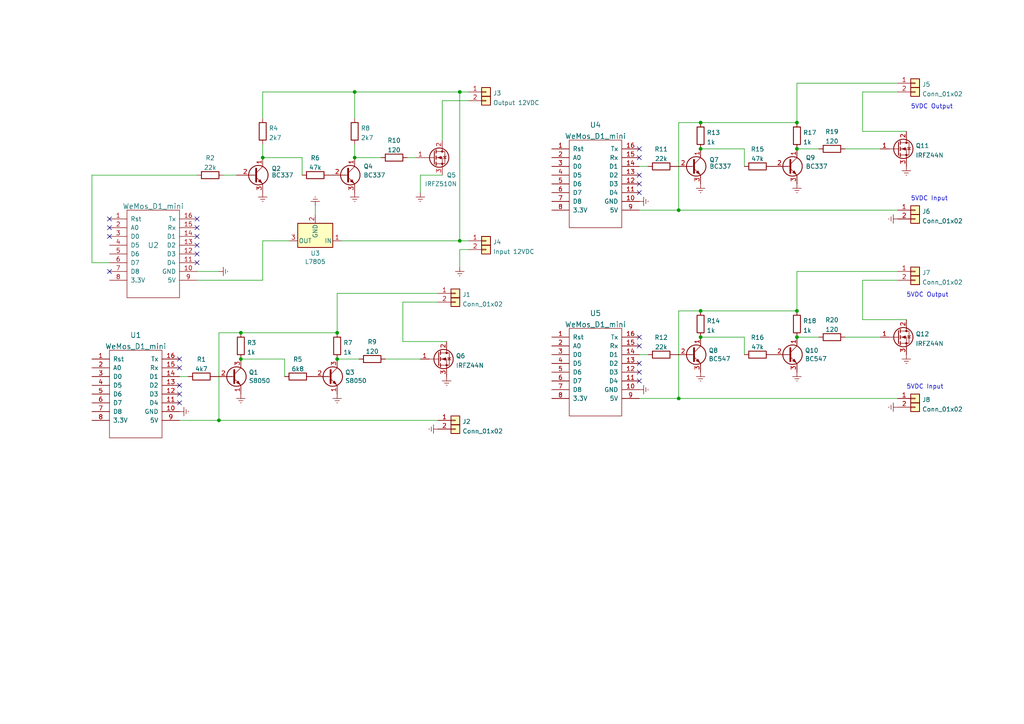
<source format=kicad_sch>
(kicad_sch (version 20250114) (generator "eeschema") (generator_version "9.0")
  (paper "A4")
  (title_block (date "2024-01-03") (company "TimiWho"))
  (lib_symbols
    (symbol "0_Connector:Conn_01x02" (pin_names (offset 1.016) (hide yes))
      (property "Reference" "J" (at 0 2.54 0))
      (property "Value" "Conn_01x02" (at 0 -6.35 0))
      (symbol "Conn_01x02_1_1"
        (rectangle (start -1.27 1.27) (end 1.27 -1.27) (stroke (width 0.254)) (fill (type background)))
        (rectangle (start -1.27 0.127) (end 0 -0.127) (stroke (width 0.1524)))
        (rectangle (start -1.27 -1.27) (end 1.27 -3.81) (stroke (width 0.254)) (fill (type background)))
        (rectangle (start -1.27 -2.413) (end 0 -2.667) (stroke (width 0.1524)))
        (pin passive line (at -5.08 0 0) (length 3.81) (name "Pin_1") (number "1"))
        (pin passive line (at -5.08 -2.54 0) (length 3.81) (name "Pin_2") (number "2"))
      )
    )
    (symbol "0_Resistor:R" (pin_numbers (hide yes)) (pin_names (offset 0))
      (property "Reference" "R" (at 2.032 0 90))
      (property "Value" "R" (at 0 0 90))
      (symbol "R_0_1"
        (rectangle (start -1.016 -2.54) (end 1.016 2.54) (stroke (width 0.254)))
      )
      (symbol "R_1_1"
        (pin passive line (at 0 3.81 270) (length 1.27) (name "~") (number "1"))
        (pin passive line (at 0 -3.81 90) (length 1.27) (name "~") (number "2"))
      )
    )
    (symbol "0_TransFET:BC547" (pin_names (offset 0) (hide yes))
      (property "Reference" "Q" (at 5.08 1.905 0))
      (property "Value" "BC547" (at 5.08 0 0))
      (symbol "BC547_0_1"
        (polyline (pts (xy 0 0) (xy 0.635 0)))
        (polyline (pts (xy 0.635 1.905) (xy 0.635 -1.905) (xy 0.635 -1.905)) (stroke (width 0.508)))
        (polyline (pts (xy 0.635 0.635) (xy 2.54 2.54)))
        (polyline (pts (xy 0.635 -0.635) (xy 2.54 -2.54) (xy 2.54 -2.54)))
        (circle (center 1.27 0) (radius 2.8194) (stroke (width 0.254)))
        (polyline (pts (xy 1.27 -1.778) (xy 1.778 -1.27) (xy 2.286 -2.286) (xy 1.27 -1.778) (xy 1.27 -1.778)) (fill (type outline)))
      )
      (symbol "BC547_1_1"
        (pin input line (at -5.08 0 0) (length 5.08) (name "B") (number "2"))
        (pin passive line (at 2.54 5.08 270) (length 2.54) (name "C") (number "1"))
        (pin passive line (at 2.54 -5.08 90) (length 2.54) (name "E") (number "3"))
      )
    )
    (symbol "0_TransFET:IRFZ44N" (pin_names (hide yes))
      (property "Reference" "Q" (at 5.08 1.905 0))
      (property "Value" "IRFZ44N" (at 5.08 0 0))
      (symbol "IRFZ44N_0_1"
        (polyline (pts (xy 0.254 1.905) (xy 0.254 -1.905)) (stroke (width 0.254)))
        (polyline (pts (xy 0.254 0) (xy -2.54 0)))
        (polyline (pts (xy 0.762 2.286) (xy 0.762 1.27)) (stroke (width 0.254)))
        (polyline (pts (xy 0.762 1.778) (xy 3.302 1.778) (xy 3.302 -1.778) (xy 0.762 -1.778)))
        (polyline (pts (xy 0.762 0.508) (xy 0.762 -0.508)) (stroke (width 0.254)))
        (polyline (pts (xy 0.762 -1.27) (xy 0.762 -2.286)) (stroke (width 0.254)))
        (polyline (pts (xy 1.27 0) (xy 2.286 -0.381) (xy 2.286 0.381) (xy 1.27 0)) (fill (type outline)))
        (circle (center 1.651 0) (radius 2.794) (stroke (width 0.254)))
        (polyline (pts (xy 2.54 2.54) (xy 2.54 1.778)))
        (circle (center 2.54 1.778) (radius 0.254) (fill (type outline)))
        (circle (center 2.54 -1.778) (radius 0.254) (fill (type outline)))
        (polyline (pts (xy 2.54 -2.54) (xy 2.54 0) (xy 0.762 0)))
        (polyline (pts (xy 3.302 0.381) (xy 3.683 -0.254) (xy 2.921 -0.254) (xy 3.302 0.381)))
        (polyline (pts (xy 3.81 0.508) (xy 3.683 0.381) (xy 2.921 0.381) (xy 2.794 0.254)))
      )
      (symbol "IRFZ44N_1_1"
        (pin input line (at -5.08 0 0) (length 2.54) (name "G") (number "1"))
        (pin passive line (at 2.54 5.08 270) (length 2.54) (name "D") (number "2"))
        (pin passive line (at 2.54 -5.08 90) (length 2.54) (name "S") (number "3"))
      )
    )
    (symbol "0_TransistorFET:BC337" (pin_names (offset 0) (hide yes))
      (property "Reference" "Q" (at 5.08 1.905 0))
      (property "Value" "BC337" (at 5.08 0 0))
      (property "Footprint" "0_TransistorFET:TO-92_BC337" (at 5.08 -1.905 0))
      (symbol "BC337_0_1"
        (polyline (pts (xy 0 0) (xy 0.635 0)))
        (polyline (pts (xy 0.635 1.905) (xy 0.635 -1.905) (xy 0.635 -1.905)) (stroke (width 0.508)))
        (polyline (pts (xy 0.635 0.635) (xy 2.54 2.54)))
        (polyline (pts (xy 0.635 -0.635) (xy 2.54 -2.54) (xy 2.54 -2.54)))
        (circle (center 1.27 0) (radius 2.8194) (stroke (width 0.254)))
        (polyline (pts (xy 1.27 -1.778) (xy 1.778 -1.27) (xy 2.286 -2.286) (xy 1.27 -1.778) (xy 1.27 -1.778)) (fill (type outline)))
      )
      (symbol "BC337_1_1"
        (pin input line (at -5.08 0 0) (length 5.08) (name "B") (number "2"))
        (pin passive line (at 2.54 5.08 270) (length 2.54) (name "C") (number "1"))
        (pin passive line (at 2.54 -5.08 90) (length 2.54) (name "E") (number "3"))
      )
    )
    (symbol "0_TransistorFET:IRFZ44N" (pin_names (hide yes))
      (property "Reference" "Q" (at 5.08 1.905 0))
      (property "Value" "IRFZ44N" (at 5.08 0 0))
      (symbol "IRFZ44N_0_1"
        (polyline (pts (xy 0.254 1.905) (xy 0.254 -1.905)) (stroke (width 0.254)))
        (polyline (pts (xy 0.254 0) (xy -2.54 0)))
        (polyline (pts (xy 0.762 2.286) (xy 0.762 1.27)) (stroke (width 0.254)))
        (polyline (pts (xy 0.762 1.778) (xy 3.302 1.778) (xy 3.302 -1.778) (xy 0.762 -1.778)))
        (polyline (pts (xy 0.762 0.508) (xy 0.762 -0.508)) (stroke (width 0.254)))
        (polyline (pts (xy 0.762 -1.27) (xy 0.762 -2.286)) (stroke (width 0.254)))
        (polyline (pts (xy 1.27 0) (xy 2.286 -0.381) (xy 2.286 0.381) (xy 1.27 0)) (fill (type outline)))
        (circle (center 1.651 0) (radius 2.794) (stroke (width 0.254)))
        (polyline (pts (xy 2.54 2.54) (xy 2.54 1.778)))
        (circle (center 2.54 1.778) (radius 0.254) (fill (type outline)))
        (circle (center 2.54 -1.778) (radius 0.254) (fill (type outline)))
        (polyline (pts (xy 2.54 -2.54) (xy 2.54 0) (xy 0.762 0)))
        (polyline (pts (xy 3.302 0.381) (xy 3.683 -0.254) (xy 2.921 -0.254) (xy 3.302 0.381)))
        (polyline (pts (xy 3.81 0.508) (xy 3.683 0.381) (xy 2.921 0.381) (xy 2.794 0.254)))
      )
      (symbol "IRFZ44N_1_1"
        (pin input line (at -5.08 0 0) (length 2.54) (name "G") (number "1"))
        (pin passive line (at 2.54 5.08 270) (length 2.54) (name "D") (number "2"))
        (pin passive line (at 2.54 -5.08 90) (length 2.54) (name "S") (number "3"))
      )
    )
    (symbol "0_uController:WeMos_D1_mini" (pin_names (offset 1.016))
      (property "Reference" "U" (at 0 12.7 0))
      (property "Value" "WeMos_D1_mini" (at 0 -12.7 0))
      (symbol "WeMos_D1_mini_0_1"
        (rectangle (start -7.62 11.43) (end 7.62 -13.97))
      )
      (symbol "WeMos_D1_mini_1_1"
        (pin bidirectional line (at -12.7 8.89 0) (length 5.08) (name "Rst") (number "1"))
        (pin bidirectional line (at -12.7 6.35 0) (length 5.08) (name "A0") (number "2"))
        (pin bidirectional line (at -12.7 3.81 0) (length 5.08) (name "D0") (number "3"))
        (pin bidirectional line (at -12.7 1.27 0) (length 5.08) (name "D5") (number "4"))
        (pin bidirectional line (at -12.7 -1.27 0) (length 5.08) (name "D6") (number "5"))
        (pin bidirectional line (at -12.7 -3.81 0) (length 5.08) (name "D7") (number "6"))
        (pin bidirectional line (at -12.7 -6.35 0) (length 5.08) (name "D8") (number "7"))
        (pin power_out line (at -12.7 -8.89 0) (length 5.08) (name "3.3V") (number "8"))
        (pin bidirectional line (at 12.7 8.89 180) (length 5.08) (name "Tx") (number "16"))
        (pin bidirectional line (at 12.7 6.35 180) (length 5.08) (name "Rx") (number "15"))
        (pin bidirectional line (at 12.7 3.81 180) (length 5.08) (name "D1") (number "14"))
        (pin bidirectional line (at 12.7 1.27 180) (length 5.08) (name "D2") (number "13"))
        (pin bidirectional line (at 12.7 -1.27 180) (length 5.08) (name "D3") (number "12"))
        (pin bidirectional line (at 12.7 -3.81 180) (length 5.08) (name "D4") (number "11"))
        (pin power_in line (at 12.7 -6.35 180) (length 5.08) (name "GND") (number "10"))
        (pin power_in line (at 12.7 -8.89 180) (length 5.08) (name "5V") (number "9"))
      )
    )
    (symbol "Regulator_Linear:L7805" (pin_names (offset 0.254))
      (property "Reference" "U" (at -3.81 3.175 0))
      (property "Value" "L7805" (at 0 3.175 0))
      (symbol "L7805_0_1"
        (rectangle (start -5.08 1.905) (end 5.08 -5.08) (stroke (width 0.254)) (fill (type background)))
      )
      (symbol "L7805_1_1"
        (pin power_in line (at -7.62 0 0) (length 2.54) (name "IN") (number "1"))
        (pin power_in line (at 0 -7.62 90) (length 2.54) (name "GND") (number "2"))
        (pin power_out line (at 7.62 0 180) (length 2.54) (name "OUT") (number "3"))
      )
    )
    (symbol "Transistor_BJT:S8050" (pin_names (offset 0) (hide yes))
      (property "Reference" "Q" (at 5.08 1.905 0))
      (property "Value" "S8050" (at 5.08 0 0))
      (symbol "S8050_0_1"
        (polyline (pts (xy 0 0) (xy 0.635 0)))
        (polyline (pts (xy 0.635 1.905) (xy 0.635 -1.905) (xy 0.635 -1.905)) (stroke (width 0.508)))
        (polyline (pts (xy 0.635 0.635) (xy 2.54 2.54)))
        (polyline (pts (xy 0.635 -0.635) (xy 2.54 -2.54) (xy 2.54 -2.54)))
        (circle (center 1.27 0) (radius 2.8194) (stroke (width 0.254)))
        (polyline (pts (xy 1.27 -1.778) (xy 1.778 -1.27) (xy 2.286 -2.286) (xy 1.27 -1.778) (xy 1.27 -1.778)) (fill (type outline)))
      )
      (symbol "S8050_1_1"
        (pin input line (at -5.08 0 0) (length 5.08) (name "B") (number "2"))
        (pin passive line (at 2.54 5.08 270) (length 2.54) (name "C") (number "3"))
        (pin passive line (at 2.54 -5.08 90) (length 2.54) (name "E") (number "1"))
      )
    )
    (symbol "power:Earth" (power) (pin_names (offset 0))
      (symbol "Earth_0_1"
        (polyline (pts (xy -0.635 -1.905) (xy 0.635 -1.905)))
        (polyline (pts (xy -0.127 -2.54) (xy 0.127 -2.54)))
        (polyline (pts (xy 0 -1.27) (xy 0 0)))
        (polyline (pts (xy 1.27 -1.27) (xy -1.27 -1.27)))
      )
      (symbol "Earth_1_1"
        (pin power_in line (at 0 0 270) (length 0) (hide yes) (name "Earth") (number "1"))
      )
    )
  )
  (text "5VDC Output" (at 262.89 86.36 0) (effects (font (size 1.27 1.27)) (justify left bottom)))
  (text "5VDC Input" (at 264.16 58.42 0) (effects (font (size 1.27 1.27)) (justify left bottom)))
  (text "5VDC Output" (at 264.16 31.75 0) (effects (font (size 1.27 1.27)) (justify left bottom)))
  (text "5VDC Input" (at 262.89 113.03 0) (effects (font (size 1.27 1.27)) (justify left bottom)))
  (junction (at 196.85 60.96))
  (junction (at 133.35 69.85))
  (junction (at 231.14 43.18))
  (junction (at 76.2 45.72))
  (junction (at 69.85 104.14))
  (junction (at 133.35 26.67))
  (junction (at 203.2 43.18))
  (junction (at 203.2 90.17))
  (junction (at 97.79 96.52))
  (junction (at 196.85 115.57))
  (junction (at 102.87 26.67))
  (junction (at 102.87 45.72))
  (junction (at 203.2 35.56))
  (junction (at 231.14 97.79))
  (junction (at 63.5 121.92))
  (junction (at 231.14 35.56))
  (junction (at 231.14 90.17))
  (junction (at 97.79 104.14))
  (junction (at 69.85 96.52))
  (junction (at 203.2 97.79))
  (no_connect (at 52.07 111.76))
  (no_connect (at 185.42 45.72))
  (no_connect (at 57.15 71.12))
  (no_connect (at 57.15 66.04))
  (no_connect (at 185.42 105.41))
  (no_connect (at 52.07 116.84))
  (no_connect (at 185.42 55.88))
  (no_connect (at 31.75 66.04))
  (no_connect (at 185.42 53.34))
  (no_connect (at 31.75 78.74))
  (no_connect (at 185.42 110.49))
  (no_connect (at 185.42 97.79))
  (no_connect (at 185.42 107.95))
  (no_connect (at 185.42 100.33))
  (no_connect (at 185.42 43.18))
  (no_connect (at 57.15 68.58))
  (no_connect (at 52.07 104.14))
  (no_connect (at 57.15 76.2))
  (no_connect (at 52.07 106.68))
  (no_connect (at 57.15 63.5))
  (no_connect (at 52.07 114.3))
  (no_connect (at 31.75 63.5))
  (no_connect (at 185.42 50.8))
  (no_connect (at 31.75 68.58))
  (no_connect (at 57.15 73.66))
  (wire (pts (xy 91.44 59.69) (xy 91.44 62.23)))
  (wire (pts (xy 76.2 81.28) (xy 76.2 69.85)))
  (wire (pts (xy 133.35 72.39) (xy 135.89 72.39)))
  (wire (pts (xy 87.63 50.8) (xy 87.63 45.72)))
  (wire (pts (xy 196.85 115.57) (xy 196.85 90.17)))
  (wire (pts (xy 69.85 104.14) (xy 82.55 104.14)))
  (wire (pts (xy 215.9 43.18) (xy 215.9 48.26)))
  (wire (pts (xy 231.14 78.74) (xy 260.35 78.74)))
  (wire (pts (xy 97.79 85.09) (xy 127 85.09)))
  (wire (pts (xy 121.92 104.14) (xy 111.76 104.14)))
  (wire (pts (xy 102.87 45.72) (xy 110.49 45.72)))
  (wire (pts (xy 128.27 40.64) (xy 128.27 29.21)))
  (wire (pts (xy 69.85 96.52) (xy 97.79 96.52)))
  (wire (pts (xy 237.49 97.79) (xy 231.14 97.79)))
  (wire (pts (xy 250.19 26.67) (xy 260.35 26.67)))
  (wire (pts (xy 104.14 104.14) (xy 97.79 104.14)))
  (wire (pts (xy 196.85 115.57) (xy 260.35 115.57)))
  (wire (pts (xy 116.84 99.06) (xy 116.84 87.63)))
  (wire (pts (xy 116.84 87.63) (xy 127 87.63)))
  (wire (pts (xy 26.67 76.2) (xy 31.75 76.2)))
  (wire (pts (xy 185.42 60.96) (xy 196.85 60.96)))
  (wire (pts (xy 26.67 50.8) (xy 57.15 50.8)))
  (wire (pts (xy 231.14 24.13) (xy 260.35 24.13)))
  (wire (pts (xy 255.27 97.79) (xy 245.11 97.79)))
  (wire (pts (xy 133.35 72.39) (xy 133.35 77.47)))
  (wire (pts (xy 57.15 81.28) (xy 76.2 81.28)))
  (wire (pts (xy 215.9 97.79) (xy 215.9 102.87)))
  (wire (pts (xy 54.61 109.22) (xy 52.07 109.22)))
  (wire (pts (xy 203.2 90.17) (xy 231.14 90.17)))
  (wire (pts (xy 203.2 97.79) (xy 215.9 97.79)))
  (wire (pts (xy 196.85 60.96) (xy 260.35 60.96)))
  (wire (pts (xy 255.27 43.18) (xy 245.11 43.18)))
  (wire (pts (xy 64.77 50.8) (xy 68.58 50.8)))
  (wire (pts (xy 26.67 50.8) (xy 26.67 76.2)))
  (wire (pts (xy 76.2 69.85) (xy 83.82 69.85)))
  (wire (pts (xy 76.2 41.91) (xy 76.2 45.72)))
  (wire (pts (xy 196.85 90.17) (xy 203.2 90.17)))
  (wire (pts (xy 203.2 35.56) (xy 231.14 35.56)))
  (wire (pts (xy 133.35 26.67) (xy 135.89 26.67)))
  (wire (pts (xy 118.11 45.72) (xy 120.65 45.72)))
  (wire (pts (xy 187.96 102.87) (xy 185.42 102.87)))
  (wire (pts (xy 63.5 96.52) (xy 69.85 96.52)))
  (wire (pts (xy 133.35 69.85) (xy 135.89 69.85)))
  (wire (pts (xy 52.07 121.92) (xy 63.5 121.92)))
  (wire (pts (xy 185.42 115.57) (xy 196.85 115.57)))
  (wire (pts (xy 250.19 38.1) (xy 250.19 26.67)))
  (wire (pts (xy 102.87 26.67) (xy 133.35 26.67)))
  (wire (pts (xy 128.27 29.21) (xy 135.89 29.21)))
  (wire (pts (xy 250.19 92.71) (xy 250.19 81.28)))
  (wire (pts (xy 99.06 69.85) (xy 133.35 69.85)))
  (wire (pts (xy 250.19 81.28) (xy 260.35 81.28)))
  (wire (pts (xy 63.5 121.92) (xy 63.5 96.52)))
  (wire (pts (xy 196.85 60.96) (xy 196.85 35.56)))
  (wire (pts (xy 63.5 121.92) (xy 127 121.92)))
  (wire (pts (xy 203.2 43.18) (xy 215.9 43.18)))
  (wire (pts (xy 121.92 50.8) (xy 128.27 50.8)))
  (wire (pts (xy 102.87 41.91) (xy 102.87 45.72)))
  (wire (pts (xy 102.87 26.67) (xy 102.87 34.29)))
  (wire (pts (xy 97.79 96.52) (xy 97.79 85.09)))
  (wire (pts (xy 82.55 104.14) (xy 82.55 109.22)))
  (wire (pts (xy 76.2 34.29) (xy 76.2 26.67)))
  (wire (pts (xy 76.2 26.67) (xy 102.87 26.67)))
  (wire (pts (xy 196.85 35.56) (xy 203.2 35.56)))
  (wire (pts (xy 133.35 26.67) (xy 133.35 69.85)))
  (wire (pts (xy 187.96 48.26) (xy 185.42 48.26)))
  (wire (pts (xy 129.54 99.06) (xy 116.84 99.06)))
  (wire (pts (xy 231.14 35.56) (xy 231.14 24.13)))
  (wire (pts (xy 237.49 43.18) (xy 231.14 43.18)))
  (wire (pts (xy 262.89 38.1) (xy 250.19 38.1)))
  (wire (pts (xy 262.89 92.71) (xy 250.19 92.71)))
  (wire (pts (xy 121.92 50.8) (xy 121.92 55.88)))
  (wire (pts (xy 57.15 78.74) (xy 63.5 78.74)))
  (wire (pts (xy 87.63 45.72) (xy 76.2 45.72)))
  (wire (pts (xy 231.14 90.17) (xy 231.14 78.74)))
  (symbol (lib_id "power:Earth") (at 185.42 58.42 90) (unit 1)
    (property "Reference" "#PWR012" (effects (hide yes)))
    (property "Value" "Earth" (effects (hide yes)))
  )
  (symbol (lib_id "power:Earth") (at 203.2 53.34 0) (unit 1)
    (property "Reference" "#PWR014" (effects (hide yes)))
    (property "Value" "Earth" (effects (hide yes)))
  )
  (symbol (lib_id "power:Earth") (at 231.14 53.34 0) (unit 1)
    (property "Reference" "#PWR016" (effects (hide yes)))
    (property "Value" "Earth" (effects (hide yes)))
  )
  (symbol (lib_id "power:Earth") (at 262.89 48.26 0) (unit 1)
    (property "Reference" "#PWR020" (effects (hide yes)))
    (property "Value" "Earth" (effects (hide yes)))
  )
  (symbol (lib_id "power:Earth") (at 260.35 63.5 270) (unit 1)
    (property "Reference" "#PWR018" (effects (hide yes)))
    (property "Value" "Earth" (effects (hide yes)))
  )
  (symbol (lib_id "0_Connector:Conn_01x02") (at 265.43 60.96 0) (unit 1)
    (property "Reference" "J6" (at 267.462 61.3215 0) (effects (justify left)))
    (property "Value" "Conn_01x02" (at 267.462 64.0966 0) (effects (justify left)))
    (property "Footprint" "0_Connector:SolderWire_02_D0.8mm_OD5.08mm" (effects (hide yes)))
  )
  (symbol (lib_id "0_TransFET:BC547") (at 228.6 102.87 0) (unit 1)
    (property "Reference" "Q10" (at 233.4514 101.6578 0) (effects (justify left)))
    (property "Value" "BC547" (at 233.4514 104.0821 0) (effects (justify left)))
    (property "Footprint" "0_TransFET:TO-92_BC337" (effects (hide yes)))
    (property "Description" "0.1A Ic, 45V Vce, Small Signal NPN Transistor, TO-92" (effects (hide yes)))
  )
  (symbol (lib_id "power:Earth") (at 185.42 113.03 90) (unit 1)
    (property "Reference" "#PWR013" (effects (hide yes)))
    (property "Value" "Earth" (effects (hide yes)))
  )
  (symbol (lib_id "0_TransistorFET:IRFZ44N") (at 260.35 43.18 0) (unit 1)
    (property "Reference" "Q11" (at 265.557 42.2715 0) (effects (justify left)))
    (property "Value" "IRFZ44N" (at 265.557 45.0466 0) (effects (justify left)))
    (property "Footprint" "0_transFet:TO-220-3_Horizontal_TabDown" (effects (hide yes)))
    (property "Datasheet" "https://www.infineon.com/dgdl/Infineon-IRFZ44N-DataSheet-v01_01-EN.pdf?fileId=5546d462533600a40153563b3a9f220d" (effects (hide yes)))
  )
  (symbol (lib_id "0_Connector:Conn_01x02") (at 132.08 121.92 0) (unit 1)
    (property "Reference" "J2" (at 134.112 122.2815 0) (effects (justify left)))
    (property "Value" "Conn_01x02" (at 134.112 125.0566 0) (effects (justify left)))
    (property "Footprint" "0_Connector:SolderWire_02_D0.8mm_OD5.08mm" (effects (hide yes)))
  )
  (symbol (lib_id "0_TransFET:IRFZ44N") (at 125.73 45.72 0) (unit 1)
    (property "Reference" "Q5" (at 129.54 50.8 0) (effects (justify left)))
    (property "Value" "IRFZ510N" (at 123.19 53.34 0) (effects (justify left)))
    (property "Footprint" "0_TransFET:TO-220-3_Horizontal_TabDown" (effects (hide yes)))
  )
  (symbol (lib_id "0_Connector:Conn_01x02") (at 265.43 78.74 0) (unit 1)
    (property "Reference" "J7" (at 267.462 79.1015 0) (effects (justify left)))
    (property "Value" "Conn_01x02" (at 267.462 81.8766 0) (effects (justify left)))
    (property "Footprint" "0_Connector:SolderWire_02_D0.8mm_OD5.08mm" (effects (hide yes)))
  )
  (symbol (lib_id "power:Earth") (at 203.2 107.95 0) (unit 1)
    (property "Reference" "#PWR015" (effects (hide yes)))
    (property "Value" "Earth" (effects (hide yes)))
  )
  (symbol (lib_id "0_TransFET:BC547") (at 200.66 102.87 0) (unit 1)
    (property "Reference" "Q8" (at 205.5114 101.6578 0) (effects (justify left)))
    (property "Value" "BC547" (at 205.5114 104.0821 0) (effects (justify left)))
    (property "Footprint" "0_TransFET:TO-92_BC337" (effects (hide yes)))
    (property "Description" "0.1A Ic, 45V Vce, Small Signal NPN Transistor, TO-92" (effects (hide yes)))
  )
  (symbol (lib_id "0_Resistor:R") (at 203.2 39.37 180) (unit 1)
    (property "Reference" "R13" (at 204.978 38.4615 0) (effects (justify right)))
    (property "Value" "1k" (at 204.978 41.2366 0) (effects (justify right)))
    (property "Footprint" "0_resistor:R_Horizontal_P10.16mm" (effects (hide yes)))
  )
  (symbol (lib_id "power:Earth") (at 102.87 55.88 0) (unit 1)
    (property "Reference" "#PWR07" (effects (hide yes)))
    (property "Value" "Earth" (effects (hide yes)))
  )
  (symbol (lib_id "power:Earth") (at 97.79 114.3 0) (unit 1)
    (property "Reference" "#PWR06" (effects (hide yes)))
    (property "Value" "Earth" (effects (hide yes)))
  )
  (symbol (lib_id "0_Resistor:R") (at 76.2 38.1 180) (unit 1)
    (property "Reference" "R4" (at 77.978 37.1915 0) (effects (justify right)))
    (property "Value" "2k7" (at 77.978 39.9666 0) (effects (justify right)))
    (property "Footprint" "0_Resistor:R_Horizontal_P10.16mm" (effects (hide yes)))
  )
  (symbol (lib_id "0_Resistor:R") (at 58.42 109.22 270) (unit 1)
    (property "Reference" "R1" (at 58.42 104.2375 90))
    (property "Value" "4k7" (at 58.42 107.0126 90))
    (property "Footprint" "0_resistor:R_Horizontal_P10.16mm" (effects (hide yes)))
  )
  (symbol (lib_id "power:Earth") (at 129.54 109.22 0) (unit 1)
    (property "Reference" "#PWR010" (effects (hide yes)))
    (property "Value" "Earth" (effects (hide yes)))
  )
  (symbol (lib_id "power:Earth") (at 121.92 55.88 0) (unit 1)
    (property "Reference" "#PWR08" (effects (hide yes)))
    (property "Value" "Earth" (effects (hide yes)))
  )
  (symbol (lib_id "power:Earth") (at 262.89 102.87 0) (unit 1)
    (property "Reference" "#PWR021" (effects (hide yes)))
    (property "Value" "Earth" (effects (hide yes)))
  )
  (symbol (lib_id "0_Resistor:R") (at 241.3 43.18 270) (unit 1)
    (property "Reference" "R19" (at 241.3 38.1975 90))
    (property "Value" "120" (at 241.3 40.9726 90))
    (property "Footprint" "0_resistor:R_Horizontal_P10.16mm" (effects (hide yes)))
  )
  (symbol (lib_id "power:Earth") (at 63.5 78.74 90) (unit 1)
    (property "Reference" "#PWR02" (effects (hide yes)))
    (property "Value" "Earth" (effects (hide yes)))
  )
  (symbol (lib_id "0_uController:WeMos_D1_mini") (at 172.72 52.07 0) (unit 1)
    (property "Reference" "U4" (at 172.72 36.2361 0) (effects (font (size 1.524 1.524))))
    (property "Value" "WeMos_D1_mini" (at 172.72 39.5151 0) (effects (font (size 1.524 1.524))))
    (property "Footprint" "0_uController:wemos-d1-original" (effects (hide yes)))
  )
  (symbol (lib_id "0_TransistorFET:BC337") (at 73.66 50.8 0) (unit 1)
    (property "Reference" "Q2" (at 78.74 48.895 0) (effects (justify left)))
    (property "Value" "BC337" (at 78.74 50.8 0) (effects (justify left)))
    (property "Footprint" "0_TransFET:TO-92_BC337" (effects (hide yes)))
    (property "Datasheet" "https://www.onsemi.com/pdf/datasheet/bc337-d.pdf" (effects (hide yes)))
  )
  (symbol (lib_id "0_Resistor:R") (at 231.14 93.98 180) (unit 1)
    (property "Reference" "R18" (at 232.918 93.0715 0) (effects (justify right)))
    (property "Value" "1k" (at 232.918 95.8466 0) (effects (justify right)))
    (property "Footprint" "0_resistor:R_Horizontal_P10.16mm" (effects (hide yes)))
  )
  (symbol (lib_id "0_TransistorFET:BC337") (at 228.6 48.26 0) (unit 1)
    (property "Reference" "Q9" (at 233.68 45.7199 0) (effects (justify left)))
    (property "Value" "BC337" (at 233.68 48.2599 0) (effects (justify left)))
    (property "Footprint" "0_transFet:TO-92_BC337" (effects (hide yes)))
    (property "Datasheet" "https://www.onsemi.com/pdf/datasheet/bc337-d.pdf" (effects (hide yes)))
  )
  (symbol (lib_id "0_TransistorFET:BC337") (at 100.33 50.8 0) (unit 1)
    (property "Reference" "Q4" (at 105.41 48.2599 0) (effects (justify left)))
    (property "Value" "BC337" (at 105.41 50.7999 0) (effects (justify left)))
    (property "Footprint" "0_TransFET:TO-92_BC337" (effects (hide yes)))
    (property "Datasheet" "https://www.onsemi.com/pdf/datasheet/bc337-d.pdf" (effects (hide yes)))
  )
  (symbol (lib_id "0_Resistor:R") (at 69.85 100.33 180) (unit 1)
    (property "Reference" "R3" (at 71.628 99.4215 0) (effects (justify right)))
    (property "Value" "1k" (at 71.628 102.1966 0) (effects (justify right)))
    (property "Footprint" "0_resistor:R_Horizontal_P10.16mm" (effects (hide yes)))
  )
  (symbol (lib_id "Regulator_Linear:L7805") (at 91.44 69.85 180) (unit 1)
    (property "Reference" "U3" (at 91.44 73.4751 0))
    (property "Value" "L7805" (at 91.44 75.8993 0))
    (property "Footprint" "0_TransFET:TO-220-3_Horizontal_TabDown" (effects (hide yes)))
    (property "Datasheet" "http://www.st.com/content/ccc/resource/technical/document/datasheet/41/4f/b3/b0/12/d4/47/88/CD00000444.pdf/files/CD00000444.pdf/jcr:content/translations/en.CD00000444.pdf" (effects (hide yes)))
  )
  (symbol (lib_id "power:Earth") (at 52.07 119.38 90) (unit 1)
    (property "Reference" "#PWR01" (effects (hide yes)))
    (property "Value" "Earth" (effects (hide yes)))
  )
  (symbol (lib_id "0_Connector:Conn_01x02") (at 132.08 85.09 0) (unit 1)
    (property "Reference" "J1" (at 134.112 85.4515 0) (effects (justify left)))
    (property "Value" "Conn_01x02" (at 134.112 88.2266 0) (effects (justify left)))
    (property "Footprint" "0_Connector:SolderWire_02_D0.8mm_OD5.08mm" (effects (hide yes)))
  )
  (symbol (lib_id "0_TransistorFET:IRFZ44N") (at 127 104.14 0) (unit 1)
    (property "Reference" "Q6" (at 132.207 103.2315 0) (effects (justify left)))
    (property "Value" "IRFZ44N" (at 132.207 106.0066 0) (effects (justify left)))
    (property "Footprint" "0_transFet:TO-220-3_Horizontal_TabDown" (effects (hide yes)))
    (property "Datasheet" "https://www.infineon.com/dgdl/Infineon-IRFZ44N-DataSheet-v01_01-EN.pdf?fileId=5546d462533600a40153563b3a9f220d" (effects (hide yes)))
  )
  (symbol (lib_id "0_uController:WeMos_D1_mini") (at 39.37 113.03 0) (unit 1)
    (property "Reference" "U1" (at 39.37 97.1961 0) (effects (font (size 1.524 1.524))))
    (property "Value" "WeMos_D1_mini" (at 39.37 100.4751 0) (effects (font (size 1.524 1.524))))
    (property "Footprint" "0_uController:wemos-d1-original" (effects (hide yes)))
  )
  (symbol (lib_id "power:Earth") (at 231.14 107.95 0) (unit 1)
    (property "Reference" "#PWR017" (effects (hide yes)))
    (property "Value" "Earth" (effects (hide yes)))
  )
  (symbol (lib_id "0_Connector:Conn_01x02") (at 265.43 115.57 0) (unit 1)
    (property "Reference" "J8" (at 267.462 115.9315 0) (effects (justify left)))
    (property "Value" "Conn_01x02" (at 267.462 118.7066 0) (effects (justify left)))
    (property "Footprint" "0_Connector:SolderWire_02_D0.8mm_OD5.08mm" (effects (hide yes)))
  )
  (symbol (lib_id "power:Earth") (at 133.35 77.47 0) (unit 1)
    (property "Reference" "#PWR011" (effects (hide yes)))
    (property "Value" "Earth" (effects (hide yes)))
  )
  (symbol (lib_id "Transistor_BJT:S8050") (at 67.31 109.22 0) (unit 1)
    (property "Reference" "Q1" (at 72.1614 108.0078 0) (effects (justify left)))
    (property "Value" "S8050" (at 72.1614 110.4321 0) (effects (justify left)))
    (property "Footprint" "Package_TO_SOT_THT:TO-92_Inline" (effects (hide yes)))
    (property "Datasheet" "http://www.unisonic.com.tw/datasheet/S8050.pdf" (effects (hide yes)))
    (property "Description" "0.7A Ic, 20V Vce, Low Voltage High Current NPN Transistor, TO-92" (effects (hide yes)))
  )
  (symbol (lib_id "0_TransistorFET:IRFZ44N") (at 260.35 97.79 0) (unit 1)
    (property "Reference" "Q12" (at 265.557 96.8815 0) (effects (justify left)))
    (property "Value" "IRFZ44N" (at 265.557 99.6566 0) (effects (justify left)))
    (property "Footprint" "0_transFet:TO-220-3_Horizontal_TabDown" (effects (hide yes)))
    (property "Datasheet" "https://www.infineon.com/dgdl/Infineon-IRFZ44N-DataSheet-v01_01-EN.pdf?fileId=5546d462533600a40153563b3a9f220d" (effects (hide yes)))
  )
  (symbol (lib_id "0_Resistor:R") (at 86.36 109.22 270) (unit 1)
    (property "Reference" "R5" (at 86.36 104.2375 90))
    (property "Value" "6k8" (at 86.36 107.0126 90))
    (property "Footprint" "0_resistor:R_Horizontal_P10.16mm" (effects (hide yes)))
  )
  (symbol (lib_id "0_Resistor:R") (at 191.77 48.26 270) (unit 1)
    (property "Reference" "R11" (at 191.77 43.2775 90))
    (property "Value" "22k" (at 191.77 46.0526 90))
    (property "Footprint" "0_resistor:R_Horizontal_P10.16mm" (effects (hide yes)))
  )
  (symbol (lib_id "0_Resistor:R") (at 60.96 50.8 270) (unit 1)
    (property "Reference" "R2" (at 60.96 45.8175 90))
    (property "Value" "22k" (at 60.96 48.5926 90))
    (property "Footprint" "0_Resistor:R_Vertical_P2.54mm" (effects (hide yes)))
  )
  (symbol (lib_id "power:Earth") (at 260.35 118.11 270) (unit 1)
    (property "Reference" "#PWR019" (effects (hide yes)))
    (property "Value" "Earth" (effects (hide yes)))
  )
  (symbol (lib_id "0_Resistor:R") (at 91.44 50.8 270) (unit 1)
    (property "Reference" "R6" (at 91.44 45.8175 90))
    (property "Value" "47k" (at 91.44 48.5926 90))
    (property "Footprint" "0_Resistor:R_Horizontal_P10.16mm" (effects (hide yes)))
  )
  (symbol (lib_id "0_uController:WeMos_D1_mini") (at 172.72 106.68 0) (unit 1)
    (property "Reference" "U5" (at 172.72 90.8461 0) (effects (font (size 1.524 1.524))))
    (property "Value" "WeMos_D1_mini" (at 172.72 94.1251 0) (effects (font (size 1.524 1.524))))
    (property "Footprint" "0_uController:wemos-d1-original" (effects (hide yes)))
  )
  (symbol (lib_id "0_Resistor:R") (at 241.3 97.79 270) (unit 1)
    (property "Reference" "R20" (at 241.3 92.8075 90))
    (property "Value" "120" (at 241.3 95.5826 90))
    (property "Footprint" "0_resistor:R_Horizontal_P10.16mm" (effects (hide yes)))
  )
  (symbol (lib_id "power:Earth") (at 76.2 55.88 0) (unit 1)
    (property "Reference" "#PWR04" (effects (hide yes)))
    (property "Value" "Earth" (effects (hide yes)))
  )
  (symbol (lib_id "0_Resistor:R") (at 102.87 38.1 180) (unit 1)
    (property "Reference" "R8" (at 104.648 37.1915 0) (effects (justify right)))
    (property "Value" "2k7" (at 104.648 39.9666 0) (effects (justify right)))
    (property "Footprint" "0_Resistor:R_Horizontal_P10.16mm" (effects (hide yes)))
  )
  (symbol (lib_id "0_TransistorFET:BC337") (at 200.66 48.26 0) (unit 1)
    (property "Reference" "Q7" (at 205.74 46.355 0) (effects (justify left)))
    (property "Value" "BC337" (at 205.74 48.26 0) (effects (justify left)))
    (property "Footprint" "0_transFet:TO-92_BC337" (effects (hide yes)))
    (property "Datasheet" "https://www.onsemi.com/pdf/datasheet/bc337-d.pdf" (effects (hide yes)))
  )
  (symbol (lib_id "Transistor_BJT:S8050") (at 95.25 109.22 0) (unit 1)
    (property "Reference" "Q3" (at 100.1014 108.0078 0) (effects (justify left)))
    (property "Value" "S8050" (at 100.1014 110.4321 0) (effects (justify left)))
    (property "Footprint" "Package_TO_SOT_THT:TO-92_Inline" (effects (hide yes)))
    (property "Datasheet" "http://www.unisonic.com.tw/datasheet/S8050.pdf" (effects (hide yes)))
    (property "Description" "0.7A Ic, 20V Vce, Low Voltage High Current NPN Transistor, TO-92" (effects (hide yes)))
  )
  (symbol (lib_id "0_Resistor:R") (at 97.79 100.33 180) (unit 1)
    (property "Reference" "R7" (at 99.568 99.4215 0) (effects (justify right)))
    (property "Value" "1k" (at 99.568 102.1966 0) (effects (justify right)))
    (property "Footprint" "0_resistor:R_Horizontal_P10.16mm" (effects (hide yes)))
  )
  (symbol (lib_id "0_Resistor:R") (at 219.71 48.26 270) (unit 1)
    (property "Reference" "R15" (at 219.71 43.2775 90))
    (property "Value" "47k" (at 219.71 46.0526 90))
    (property "Footprint" "0_resistor:R_Horizontal_P10.16mm" (effects (hide yes)))
  )
  (symbol (lib_id "0_Connector:Conn_01x02") (at 140.97 69.85 0) (unit 1)
    (property "Reference" "J4" (at 143.002 70.2115 0) (effects (justify left)))
    (property "Value" "Input 12VDC" (at 143.002 72.9866 0) (effects (justify left)))
    (property "Footprint" "0_Connect:SolderWire_02_D1.2mm_OD5.08mm" (effects (hide yes)))
  )
  (symbol (lib_id "0_uController:WeMos_D1_mini") (at 44.45 72.39 0) (unit 1)
    (property "Reference" "U2" (at 44.45 71.12 0) (effects (font (size 1.524 1.524))))
    (property "Value" "WeMos_D1_mini" (at 44.45 59.8351 0) (effects (font (size 1.524 1.524))))
    (property "Footprint" "0_uController:wemos-d1-original" (effects (hide yes)))
  )
  (symbol (lib_id "0_Resistor:R") (at 231.14 39.37 180) (unit 1)
    (property "Reference" "R17" (at 232.918 38.4615 0) (effects (justify right)))
    (property "Value" "1k" (at 232.918 41.2366 0) (effects (justify right)))
    (property "Footprint" "0_resistor:R_Horizontal_P10.16mm" (effects (hide yes)))
  )
  (symbol (lib_id "0_Resistor:R") (at 219.71 102.87 270) (unit 1)
    (property "Reference" "R16" (at 219.71 97.8875 90))
    (property "Value" "47k" (at 219.71 100.6626 90))
    (property "Footprint" "0_resistor:R_Horizontal_P10.16mm" (effects (hide yes)))
  )
  (symbol (lib_id "power:Earth") (at 127 124.46 270) (unit 1)
    (property "Reference" "#PWR09" (effects (hide yes)))
    (property "Value" "Earth" (effects (hide yes)))
  )
  (symbol (lib_id "power:Earth") (at 91.44 59.69 180) (unit 1)
    (property "Reference" "#PWR05" (effects (hide yes)))
    (property "Value" "Earth" (effects (hide yes)))
  )
  (symbol (lib_id "0_Connector:Conn_01x02") (at 140.97 26.67 0) (unit 1)
    (property "Reference" "J3" (at 143.002 27.0315 0) (effects (justify left)))
    (property "Value" "Output 12VDC" (at 143.002 29.8066 0) (effects (justify left)))
    (property "Footprint" "0_Connect:SolderWire_02_D1.2mm_OD5.08mm" (effects (hide yes)))
  )
  (symbol (lib_id "0_Connector:Conn_01x02") (at 265.43 24.13 0) (unit 1)
    (property "Reference" "J5" (at 267.462 24.4915 0) (effects (justify left)))
    (property "Value" "Conn_01x02" (at 267.462 27.2666 0) (effects (justify left)))
    (property "Footprint" "0_Connector:SolderWire_02_D0.8mm_OD5.08mm" (effects (hide yes)))
  )
  (symbol (lib_id "power:Earth") (at 69.85 114.3 0) (unit 1)
    (property "Reference" "#PWR03" (effects (hide yes)))
    (property "Value" "Earth" (effects (hide yes)))
  )
  (symbol (lib_id "0_Resistor:R") (at 191.77 102.87 270) (unit 1)
    (property "Reference" "R12" (at 191.77 97.8875 90))
    (property "Value" "22k" (at 191.77 100.6626 90))
    (property "Footprint" "0_resistor:R_Horizontal_P10.16mm" (effects (hide yes)))
  )
  (symbol (lib_id "0_Resistor:R") (at 107.95 104.14 270) (unit 1)
    (property "Reference" "R9" (at 107.95 99.1575 90))
    (property "Value" "120" (at 107.95 101.9326 90))
    (property "Footprint" "0_resistor:R_Horizontal_P10.16mm" (effects (hide yes)))
  )
  (symbol (lib_id "0_Resistor:R") (at 114.3 45.72 270) (unit 1)
    (property "Reference" "R10" (at 114.3 40.7375 90))
    (property "Value" "120" (at 114.3 43.5126 90))
    (property "Footprint" "0_Resistor:R_Horizontal_P10.16mm" (effects (hide yes)))
  )
  (symbol (lib_id "0_Resistor:R") (at 203.2 93.98 180) (unit 1)
    (property "Reference" "R14" (at 204.978 93.0715 0) (effects (justify right)))
    (property "Value" "1k" (at 204.978 95.8466 0) (effects (justify right)))
    (property "Footprint" "0_resistor:R_Horizontal_P10.16mm" (effects (hide yes)))
  )
)
</source>
